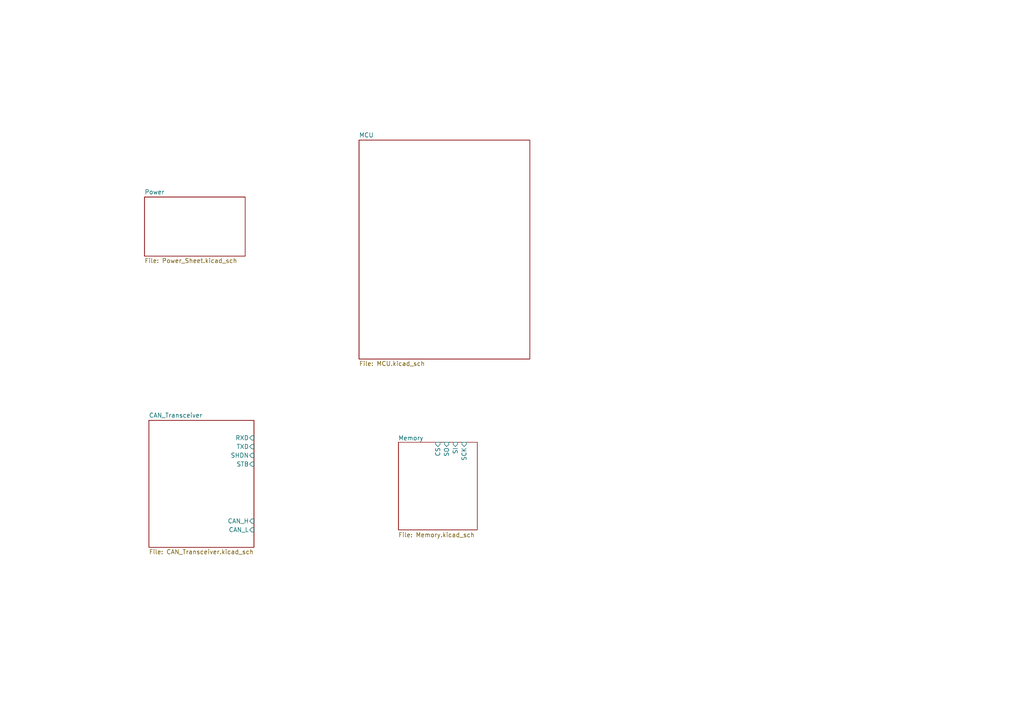
<source format=kicad_sch>
(kicad_sch
	(version 20250114)
	(generator "eeschema")
	(generator_version "9.0")
	(uuid "e34fda66-7244-4ac9-bbf7-3725f03e688f")
	(paper "A4")
	(title_block
		(title "${Project_Name}")
		(date "2026-01-05")
		(rev "V1")
	)
	(lib_symbols)
	(sheet
		(at 43.18 121.92)
		(size 30.48 36.83)
		(exclude_from_sim no)
		(in_bom yes)
		(on_board yes)
		(dnp no)
		(fields_autoplaced yes)
		(stroke
			(width 0.1524)
			(type solid)
		)
		(fill
			(color 0 0 0 0.0000)
		)
		(uuid "17c2dea7-3456-4796-810d-fa2277d14545")
		(property "Sheetname" "CAN_Transceiver"
			(at 43.18 121.2084 0)
			(effects
				(font
					(size 1.27 1.27)
				)
				(justify left bottom)
			)
		)
		(property "Sheetfile" "CAN_Transceiver.kicad_sch"
			(at 43.18 159.3346 0)
			(effects
				(font
					(size 1.27 1.27)
				)
				(justify left top)
			)
		)
		(pin "CAN_L" input
			(at 73.66 153.67 0)
			(uuid "8ebeb0ca-2f81-41e7-a8b3-170cddd3ee2c")
			(effects
				(font
					(size 1.27 1.27)
				)
				(justify right)
			)
		)
		(pin "CAN_H" input
			(at 73.66 151.13 0)
			(uuid "04ac4f4a-2fa8-44e5-8e99-dc8744614c1b")
			(effects
				(font
					(size 1.27 1.27)
				)
				(justify right)
			)
		)
		(pin "RXD" input
			(at 73.66 127 0)
			(uuid "4a513d0e-4732-4d7a-97b8-460e719238f4")
			(effects
				(font
					(size 1.27 1.27)
				)
				(justify right)
			)
		)
		(pin "TXD" input
			(at 73.66 129.54 0)
			(uuid "9ab95830-69a6-47e5-bc43-8bb40c631933")
			(effects
				(font
					(size 1.27 1.27)
				)
				(justify right)
			)
		)
		(pin "SHDN" input
			(at 73.66 132.08 0)
			(uuid "f1ad4d46-fd8b-4dfb-b5b4-9b496ce1df81")
			(effects
				(font
					(size 1.27 1.27)
				)
				(justify right)
			)
		)
		(pin "STB" input
			(at 73.66 134.62 0)
			(uuid "2acd9cf8-8729-4113-aa41-410116aaa72d")
			(effects
				(font
					(size 1.27 1.27)
				)
				(justify right)
			)
		)
		(instances
			(project "BLDC_Motor_Driver"
				(path "/e34fda66-7244-4ac9-bbf7-3725f03e688f"
					(page "4")
				)
			)
		)
	)
	(sheet
		(at 104.14 40.64)
		(size 49.53 63.5)
		(exclude_from_sim no)
		(in_bom yes)
		(on_board yes)
		(dnp no)
		(fields_autoplaced yes)
		(stroke
			(width 0.1524)
			(type solid)
		)
		(fill
			(color 0 0 0 0.0000)
		)
		(uuid "a8b67aa6-c16e-4704-8284-64b4e81a0aca")
		(property "Sheetname" "MCU"
			(at 104.14 39.9284 0)
			(effects
				(font
					(size 1.27 1.27)
				)
				(justify left bottom)
			)
		)
		(property "Sheetfile" "MCU.kicad_sch"
			(at 104.14 104.7246 0)
			(effects
				(font
					(size 1.27 1.27)
				)
				(justify left top)
			)
		)
		(instances
			(project "BLDC_Motor_Driver"
				(path "/e34fda66-7244-4ac9-bbf7-3725f03e688f"
					(page "3")
				)
			)
		)
	)
	(sheet
		(at 115.57 128.27)
		(size 22.86 25.4)
		(exclude_from_sim no)
		(in_bom yes)
		(on_board yes)
		(dnp no)
		(stroke
			(width 0.1524)
			(type solid)
		)
		(fill
			(color 0 0 0 0.0000)
		)
		(uuid "bcfa60d7-9b39-4a60-8e0a-1c9d768132f8")
		(property "Sheetname" "Memory"
			(at 115.5043 127.8101 0)
			(effects
				(font
					(size 1.27 1.27)
				)
				(justify left bottom)
			)
		)
		(property "Sheetfile" "Memory.kicad_sch"
			(at 115.5043 154.4144 0)
			(effects
				(font
					(size 1.27 1.27)
				)
				(justify left top)
			)
		)
		(pin "SO" input
			(at 129.54 128.27 90)
			(uuid "4f054bcb-21ec-4e40-971d-68e86896108c")
			(effects
				(font
					(size 1.27 1.27)
				)
				(justify right)
			)
		)
		(pin "CS" input
			(at 127 128.27 90)
			(uuid "5a4e9d51-5345-49cf-85c9-0cfa9fe9d7cf")
			(effects
				(font
					(size 1.27 1.27)
				)
				(justify right)
			)
		)
		(pin "SI" input
			(at 132.08 128.27 90)
			(uuid "1eb5141c-6335-441b-b484-d2d08e21db62")
			(effects
				(font
					(size 1.27 1.27)
				)
				(justify right)
			)
		)
		(pin "SCK" input
			(at 134.62 128.27 90)
			(uuid "578d780a-4076-4d33-8b7d-522ee24b942e")
			(effects
				(font
					(size 1.27 1.27)
				)
				(justify right)
			)
		)
		(instances
			(project "BLDC_Motor_Driver"
				(path "/e34fda66-7244-4ac9-bbf7-3725f03e688f"
					(page "5")
				)
			)
		)
	)
	(sheet
		(at 41.91 57.15)
		(size 29.21 17.145)
		(exclude_from_sim no)
		(in_bom yes)
		(on_board yes)
		(dnp no)
		(fields_autoplaced yes)
		(stroke
			(width 0.1524)
			(type solid)
		)
		(fill
			(color 0 0 0 0.0000)
		)
		(uuid "e7fbbff1-7265-43e4-97d7-cbbb02426874")
		(property "Sheetname" "Power"
			(at 41.91 56.4384 0)
			(effects
				(font
					(size 1.27 1.27)
				)
				(justify left bottom)
			)
		)
		(property "Sheetfile" "Power_Sheet.kicad_sch"
			(at 41.91 74.8796 0)
			(effects
				(font
					(size 1.27 1.27)
				)
				(justify left top)
			)
		)
		(instances
			(project "BLDC_Motor_Driver"
				(path "/e34fda66-7244-4ac9-bbf7-3725f03e688f"
					(page "2")
				)
			)
		)
	)
	(sheet_instances
		(path "/"
			(page "1")
		)
	)
	(embedded_fonts no)
)

</source>
